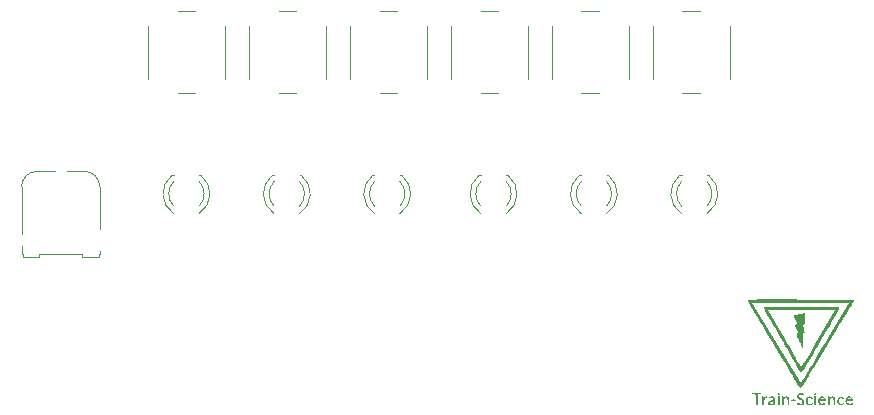
<source format=gbr>
%TF.GenerationSoftware,KiCad,Pcbnew,8.0.8*%
%TF.CreationDate,2025-05-20T23:19:57+02:00*%
%TF.ProjectId,LCD_LOCONET_SHIELD,4c43445f-4c4f-4434-9f4e-45545f534849,rev?*%
%TF.SameCoordinates,Original*%
%TF.FileFunction,Legend,Top*%
%TF.FilePolarity,Positive*%
%FSLAX46Y46*%
G04 Gerber Fmt 4.6, Leading zero omitted, Abs format (unit mm)*
G04 Created by KiCad (PCBNEW 8.0.8) date 2025-05-20 23:19:57*
%MOMM*%
%LPD*%
G01*
G04 APERTURE LIST*
%ADD10C,0.120000*%
%ADD11C,0.000000*%
%ADD12C,2.000000*%
%ADD13C,2.800000*%
%ADD14R,1.879600X1.879600*%
%ADD15C,1.879600*%
%ADD16R,1.800000X1.800000*%
%ADD17C,1.800000*%
%ADD18R,1.560000X1.560000*%
%ADD19C,1.560000*%
%ADD20C,3.250000*%
%ADD21R,1.520000X1.520000*%
%ADD22C,1.520000*%
%ADD23R,2.000000X2.000000*%
%ADD24O,2.000000X2.000000*%
%ADD25C,1.400000*%
%ADD26O,1.400000X1.400000*%
%ADD27R,1.300000X1.300000*%
%ADD28C,1.300000*%
%ADD29C,1.600000*%
%ADD30R,1.600000X1.600000*%
%ADD31O,1.600000X1.600000*%
G04 APERTURE END LIST*
D10*
%TO.C,SW5*%
X119450000Y-163250000D02*
X119450000Y-167750000D01*
X121950000Y-169000000D02*
X123450000Y-169000000D01*
X123450000Y-162000000D02*
X121950000Y-162000000D01*
X125950000Y-167750000D02*
X125950000Y-163250000D01*
%TO.C,D3*%
X87420000Y-175935000D02*
X87264000Y-175935000D01*
X89736000Y-175935000D02*
X89580000Y-175935000D01*
X87420163Y-178536130D02*
G75*
G02*
X87420000Y-176454039I1079837J1041130D01*
G01*
X87421392Y-179167335D02*
G75*
G02*
X87264484Y-175935000I1078608J1672335D01*
G01*
X89580000Y-176454039D02*
G75*
G02*
X89579837Y-178536130I-1080000J-1040961D01*
G01*
X89735516Y-175935000D02*
G75*
G02*
X89578608Y-179167335I-1235516J-1560000D01*
G01*
%TO.C,D4*%
X95920000Y-175935000D02*
X95764000Y-175935000D01*
X98236000Y-175935000D02*
X98080000Y-175935000D01*
X95920163Y-178536130D02*
G75*
G02*
X95920000Y-176454039I1079837J1041130D01*
G01*
X95921392Y-179167335D02*
G75*
G02*
X95764484Y-175935000I1078608J1672335D01*
G01*
X98080000Y-176454039D02*
G75*
G02*
X98079837Y-178536130I-1080000J-1040961D01*
G01*
X98235516Y-175935000D02*
G75*
G02*
X98078608Y-179167335I-1235516J-1560000D01*
G01*
%TO.C,RV1*%
X74541000Y-180883000D02*
X74541000Y-176903000D01*
X74541000Y-182613000D02*
X74541000Y-181923000D01*
X74641000Y-182613000D02*
X74541000Y-182613000D01*
X74641000Y-182813000D02*
X74641000Y-182613000D01*
X75851000Y-175593000D02*
X77341000Y-175593000D01*
X76061000Y-182613000D02*
X76061000Y-182813000D01*
X76061000Y-182813000D02*
X74641000Y-182813000D01*
X78361000Y-175593000D02*
X79851000Y-175593000D01*
X79641000Y-182613000D02*
X76061000Y-182613000D01*
X79641000Y-182613000D02*
X79641000Y-182813000D01*
X81061000Y-182613000D02*
X81161000Y-182613000D01*
X81061000Y-182813000D02*
X79641000Y-182813000D01*
X81061000Y-182813000D02*
X81061000Y-182613000D01*
X81161000Y-176903000D02*
X81161000Y-180443000D01*
X81161000Y-182613000D02*
X81161000Y-182363000D01*
X74541000Y-176903000D02*
G75*
G02*
X75851000Y-175593000I1310000J0D01*
G01*
X79851000Y-175593000D02*
G75*
G02*
X81161000Y-176903000I0J-1310000D01*
G01*
D11*
%TO.C,G\u002A\u002A\u002A*%
G36*
X138721826Y-195386200D02*
G01*
X138560863Y-195386200D01*
X138560863Y-194645769D01*
X138721826Y-194645769D01*
X138721826Y-195386200D01*
G37*
G36*
X141812321Y-195386200D02*
G01*
X141651357Y-195386200D01*
X141651357Y-194645769D01*
X141812321Y-194645769D01*
X141812321Y-195386200D01*
G37*
G36*
X138709949Y-194373565D02*
G01*
X138733930Y-194405528D01*
X138740043Y-194475248D01*
X138691503Y-194511300D01*
X138637206Y-194516999D01*
X138577960Y-194505959D01*
X138564792Y-194461786D01*
X138566672Y-194444565D01*
X138597943Y-194386361D01*
X138654189Y-194360714D01*
X138709949Y-194373565D01*
G37*
G36*
X141800443Y-194373565D02*
G01*
X141824424Y-194405528D01*
X141830537Y-194475248D01*
X141781998Y-194511300D01*
X141727700Y-194516999D01*
X141668454Y-194505959D01*
X141655286Y-194461786D01*
X141657167Y-194444565D01*
X141688438Y-194386361D01*
X141744683Y-194360714D01*
X141800443Y-194373565D01*
G37*
G36*
X139976263Y-194908600D02*
G01*
X140055717Y-194930266D01*
X140098287Y-194969014D01*
X140100155Y-194975744D01*
X140098049Y-195006166D01*
X140068547Y-195023260D01*
X139998649Y-195030672D01*
X139899219Y-195032081D01*
X139780732Y-195028841D01*
X139714621Y-195017353D01*
X139689117Y-194994965D01*
X139687606Y-194984406D01*
X139715597Y-194941919D01*
X139786303Y-194914845D01*
X139879825Y-194903599D01*
X139976263Y-194908600D01*
G37*
G36*
X136919368Y-194356660D02*
G01*
X137029278Y-194359709D01*
X137096082Y-194366945D01*
X137130418Y-194380129D01*
X137142924Y-194401024D01*
X137144387Y-194420421D01*
X137134908Y-194460657D01*
X137095549Y-194479683D01*
X137009927Y-194484782D01*
X136999520Y-194484806D01*
X136854653Y-194484806D01*
X136854653Y-195386200D01*
X136693690Y-195386200D01*
X136693690Y-194488334D01*
X136541064Y-194478522D01*
X136440474Y-194465408D01*
X136390077Y-194439105D01*
X136377740Y-194412373D01*
X136378601Y-194388588D01*
X136398665Y-194372589D01*
X136448099Y-194362863D01*
X136537072Y-194357892D01*
X136675750Y-194356161D01*
X136755714Y-194356036D01*
X136919368Y-194356660D01*
G37*
G36*
X137381940Y-194657174D02*
G01*
X137401928Y-194679095D01*
X137421634Y-194695977D01*
X137464197Y-194679095D01*
X137556524Y-194647196D01*
X137636033Y-194649074D01*
X137684621Y-194682259D01*
X137691662Y-194710155D01*
X137676127Y-194757633D01*
X137618717Y-194774013D01*
X137596909Y-194774540D01*
X137508830Y-194792752D01*
X137449305Y-194851818D01*
X137414900Y-194958385D01*
X137402180Y-195119100D01*
X137401928Y-195151919D01*
X137400849Y-195272488D01*
X137394462Y-195342440D01*
X137378037Y-195375539D01*
X137346846Y-195385549D01*
X137321446Y-195386200D01*
X137240965Y-195386200D01*
X137240965Y-194645769D01*
X137321446Y-194645769D01*
X137381940Y-194657174D01*
G37*
G36*
X144045146Y-194662371D02*
G01*
X144132105Y-194705368D01*
X144181791Y-194764548D01*
X144183178Y-194822197D01*
X144161895Y-194860981D01*
X144131199Y-194851557D01*
X144102841Y-194827211D01*
X144013501Y-194782500D01*
X143911943Y-194781442D01*
X143827538Y-194824260D01*
X143826661Y-194825129D01*
X143790357Y-194898078D01*
X143776495Y-195002878D01*
X143785074Y-195111032D01*
X143816095Y-195194043D01*
X143826661Y-195206841D01*
X143910639Y-195250246D01*
X144012161Y-195249772D01*
X144101857Y-195205642D01*
X144102841Y-195204759D01*
X144148116Y-195170129D01*
X144171547Y-195182932D01*
X144183178Y-195209773D01*
X144178623Y-195275108D01*
X144123669Y-195332764D01*
X144032265Y-195372981D01*
X143930993Y-195386200D01*
X143825930Y-195372144D01*
X143739524Y-195320169D01*
X143705435Y-195288323D01*
X143651270Y-195228957D01*
X143623760Y-195174703D01*
X143616277Y-195102215D01*
X143621787Y-194993733D01*
X143652239Y-194831108D01*
X143717926Y-194721042D01*
X143821557Y-194660527D01*
X143935264Y-194645769D01*
X144045146Y-194662371D01*
G37*
G36*
X141373156Y-194662371D02*
G01*
X141460115Y-194705368D01*
X141509801Y-194764548D01*
X141511188Y-194822197D01*
X141489905Y-194860981D01*
X141459209Y-194851557D01*
X141430851Y-194827211D01*
X141341511Y-194782500D01*
X141239954Y-194781442D01*
X141155548Y-194824260D01*
X141154671Y-194825129D01*
X141118974Y-194896454D01*
X141104171Y-195006249D01*
X141104082Y-195015985D01*
X141116932Y-195127813D01*
X141151192Y-195203116D01*
X141154671Y-195206841D01*
X141238649Y-195250246D01*
X141340171Y-195249772D01*
X141429868Y-195205642D01*
X141430851Y-195204759D01*
X141476126Y-195170129D01*
X141499558Y-195182932D01*
X141511188Y-195209773D01*
X141506633Y-195275108D01*
X141451679Y-195332764D01*
X141360275Y-195372981D01*
X141259003Y-195386200D01*
X141153940Y-195372144D01*
X141067534Y-195320169D01*
X141033446Y-195288323D01*
X140979280Y-195228957D01*
X140951770Y-195174703D01*
X140944287Y-195102215D01*
X140949798Y-194993733D01*
X140980249Y-194831108D01*
X141045936Y-194721042D01*
X141149567Y-194660527D01*
X141263274Y-194645769D01*
X141373156Y-194662371D01*
G37*
G36*
X138183680Y-194653768D02*
G01*
X138262475Y-194684130D01*
X138313703Y-194746404D01*
X138343811Y-194850138D01*
X138359250Y-195004881D01*
X138362561Y-195077661D01*
X138373512Y-195374149D01*
X138134680Y-195379021D01*
X137977945Y-195375821D01*
X137873663Y-195357617D01*
X137825948Y-195334932D01*
X137771003Y-195261657D01*
X137757200Y-195165537D01*
X137762421Y-195149434D01*
X137925629Y-195149434D01*
X137927822Y-195206977D01*
X137971789Y-195243887D01*
X138047413Y-195256708D01*
X138126093Y-195244034D01*
X138168113Y-195218799D01*
X138201337Y-195155033D01*
X138206744Y-195118009D01*
X138197887Y-195078273D01*
X138159601Y-195066870D01*
X138088800Y-195074989D01*
X137977387Y-195104669D01*
X137925629Y-195149434D01*
X137762421Y-195149434D01*
X137786590Y-195074887D01*
X137805422Y-195051690D01*
X137874085Y-195008608D01*
X137977947Y-194968717D01*
X138088152Y-194941723D01*
X138150407Y-194935683D01*
X138198270Y-194913832D01*
X138199829Y-194856663D01*
X138177221Y-194809951D01*
X138140550Y-194783964D01*
X138066753Y-194776689D01*
X137968462Y-194783480D01*
X137862069Y-194790973D01*
X137806254Y-194784184D01*
X137788425Y-194761278D01*
X137788240Y-194757250D01*
X137818277Y-194701209D01*
X137903367Y-194663257D01*
X138035977Y-194646364D01*
X138070868Y-194645769D01*
X138183680Y-194653768D01*
G37*
G36*
X140669450Y-194371771D02*
G01*
X140752476Y-194416240D01*
X140782154Y-194485335D01*
X140782156Y-194485939D01*
X140759182Y-194536914D01*
X140710334Y-194547789D01*
X140669482Y-194516999D01*
X140621611Y-194491439D01*
X140541637Y-194485888D01*
X140458134Y-194498818D01*
X140399675Y-194528703D01*
X140397126Y-194531550D01*
X140370960Y-194604183D01*
X140408034Y-194681245D01*
X140507456Y-194761443D01*
X140584972Y-194804699D01*
X140725108Y-194890305D01*
X140805714Y-194979193D01*
X140831490Y-195079135D01*
X140812825Y-195181564D01*
X140753082Y-195283535D01*
X140684495Y-195338471D01*
X140570557Y-195374535D01*
X140438005Y-195384193D01*
X140314638Y-195367597D01*
X140242044Y-195336086D01*
X140185370Y-195280052D01*
X140169688Y-195230510D01*
X140194892Y-195203068D01*
X140242929Y-195207064D01*
X140391936Y-195241359D01*
X140513991Y-195250002D01*
X140594829Y-195232264D01*
X140604788Y-195225493D01*
X140650853Y-195153370D01*
X140644341Y-195070595D01*
X140591818Y-194991964D01*
X140499849Y-194932271D01*
X140469917Y-194921566D01*
X140400908Y-194885866D01*
X140319088Y-194824568D01*
X140300905Y-194808264D01*
X140223285Y-194702707D01*
X140203297Y-194595357D01*
X140235375Y-194496715D01*
X140313950Y-194417279D01*
X140433455Y-194367551D01*
X140540711Y-194356036D01*
X140669450Y-194371771D01*
G37*
G36*
X139409257Y-194660213D02*
G01*
X139482361Y-194708519D01*
X139528865Y-194798150D01*
X139552925Y-194936568D01*
X139558835Y-195100808D01*
X139558170Y-195236722D01*
X139553826Y-195320734D01*
X139542284Y-195365328D01*
X139520024Y-195382987D01*
X139483524Y-195386194D01*
X139478354Y-195386200D01*
X139438277Y-195383415D01*
X139414359Y-195366257D01*
X139402432Y-195321522D01*
X139398326Y-195236007D01*
X139397872Y-195131292D01*
X139395499Y-195003739D01*
X139389219Y-194897366D01*
X139380288Y-194831840D01*
X139378331Y-194825462D01*
X139332275Y-194783444D01*
X139254380Y-194779399D01*
X139164851Y-194813399D01*
X139147494Y-194824654D01*
X139111217Y-194856920D01*
X139089709Y-194901461D01*
X139079230Y-194974262D01*
X139076042Y-195091304D01*
X139075946Y-195130485D01*
X139075073Y-195257664D01*
X139069689Y-195333642D01*
X139055645Y-195371601D01*
X139028791Y-195384724D01*
X138995464Y-195386200D01*
X138914982Y-195386200D01*
X138914982Y-195015985D01*
X138915370Y-194857262D01*
X138918067Y-194751962D01*
X138925379Y-194689124D01*
X138939608Y-194657787D01*
X138963057Y-194646988D01*
X138992781Y-194645769D01*
X139058250Y-194660507D01*
X139085335Y-194686010D01*
X139106832Y-194710107D01*
X139142745Y-194686010D01*
X139201795Y-194659219D01*
X139290952Y-194646050D01*
X139305396Y-194645769D01*
X139409257Y-194660213D01*
G37*
G36*
X142463086Y-194673419D02*
G01*
X142564540Y-194745669D01*
X142631702Y-194846471D01*
X142649330Y-194933027D01*
X142649330Y-195032081D01*
X142391788Y-195032081D01*
X142263253Y-195033517D01*
X142186198Y-195039892D01*
X142147746Y-195054313D01*
X142135020Y-195079882D01*
X142134247Y-195094167D01*
X142157914Y-195182960D01*
X142230552Y-195235168D01*
X142354620Y-195252072D01*
X142430189Y-195248295D01*
X142538653Y-195241706D01*
X142596504Y-195248300D01*
X142616535Y-195270067D01*
X142617137Y-195277376D01*
X142588657Y-195329331D01*
X142514454Y-195365024D01*
X142411384Y-195383338D01*
X142296304Y-195383154D01*
X142186069Y-195363354D01*
X142097536Y-195322820D01*
X142084586Y-195312705D01*
X142019456Y-195231779D01*
X141986139Y-195118586D01*
X141982087Y-195087890D01*
X141986067Y-194916000D01*
X142001373Y-194877557D01*
X142134247Y-194877557D01*
X142163363Y-194891662D01*
X142238466Y-194901017D01*
X142311307Y-194903311D01*
X142408283Y-194899076D01*
X142472595Y-194888152D01*
X142488366Y-194877557D01*
X142459550Y-194822477D01*
X142386044Y-194784712D01*
X142311307Y-194774540D01*
X142216639Y-194791306D01*
X142151731Y-194834073D01*
X142134247Y-194877557D01*
X142001373Y-194877557D01*
X142038928Y-194783233D01*
X142137716Y-194693192D01*
X142279478Y-194649482D01*
X142344377Y-194645769D01*
X142463086Y-194673419D01*
G37*
G36*
X143304567Y-194660213D02*
G01*
X143377671Y-194708519D01*
X143424175Y-194798150D01*
X143448236Y-194936568D01*
X143454146Y-195100808D01*
X143453480Y-195236722D01*
X143449137Y-195320734D01*
X143437595Y-195365328D01*
X143415334Y-195382987D01*
X143378834Y-195386194D01*
X143373664Y-195386200D01*
X143333587Y-195383415D01*
X143309670Y-195366257D01*
X143297742Y-195321522D01*
X143293637Y-195236007D01*
X143293183Y-195131292D01*
X143290810Y-195003739D01*
X143284530Y-194897366D01*
X143275599Y-194831840D01*
X143273642Y-194825462D01*
X143227586Y-194783444D01*
X143149690Y-194779399D01*
X143060162Y-194813399D01*
X143042804Y-194824654D01*
X143006528Y-194856920D01*
X142985019Y-194901461D01*
X142974541Y-194974262D01*
X142971352Y-195091304D01*
X142971256Y-195130485D01*
X142970383Y-195257664D01*
X142964999Y-195333642D01*
X142950955Y-195371601D01*
X142924101Y-195384724D01*
X142890774Y-195386200D01*
X142810293Y-195386200D01*
X142810293Y-195015985D01*
X142810680Y-194857262D01*
X142813378Y-194751962D01*
X142820689Y-194689124D01*
X142834918Y-194657787D01*
X142858368Y-194646988D01*
X142888092Y-194645769D01*
X142953561Y-194660507D01*
X142980646Y-194686010D01*
X143002142Y-194710107D01*
X143038056Y-194686010D01*
X143097105Y-194659219D01*
X143186263Y-194646050D01*
X143200707Y-194645769D01*
X143304567Y-194660213D01*
G37*
G36*
X144780957Y-194673419D02*
G01*
X144882411Y-194745669D01*
X144949573Y-194846471D01*
X144967200Y-194933027D01*
X144967200Y-195032081D01*
X144709659Y-195032081D01*
X144581123Y-195033517D01*
X144504069Y-195039892D01*
X144465617Y-195054313D01*
X144452890Y-195079882D01*
X144452118Y-195094167D01*
X144475785Y-195182960D01*
X144548423Y-195235168D01*
X144672491Y-195252072D01*
X144748060Y-195248295D01*
X144856524Y-195241706D01*
X144914375Y-195248300D01*
X144934405Y-195270067D01*
X144935008Y-195277376D01*
X144906527Y-195329331D01*
X144832324Y-195365024D01*
X144729255Y-195383338D01*
X144614174Y-195383154D01*
X144503940Y-195363354D01*
X144415407Y-195322820D01*
X144402457Y-195312705D01*
X144337327Y-195231779D01*
X144304010Y-195118586D01*
X144299957Y-195087890D01*
X144303938Y-194916000D01*
X144319244Y-194877557D01*
X144452118Y-194877557D01*
X144481233Y-194891662D01*
X144556337Y-194901017D01*
X144629178Y-194903311D01*
X144726154Y-194899076D01*
X144790466Y-194888152D01*
X144806237Y-194877557D01*
X144777421Y-194822477D01*
X144703915Y-194784712D01*
X144629178Y-194774540D01*
X144534509Y-194791306D01*
X144469602Y-194834073D01*
X144452118Y-194877557D01*
X144319244Y-194877557D01*
X144356799Y-194783233D01*
X144455587Y-194693192D01*
X144597349Y-194649482D01*
X144662248Y-194645769D01*
X144780957Y-194673419D01*
G37*
G36*
X140839482Y-187609982D02*
G01*
X140847312Y-187647569D01*
X140855207Y-187736829D01*
X140862323Y-187865056D01*
X140867815Y-188019545D01*
X140868494Y-188046178D01*
X140872147Y-188216980D01*
X140872330Y-188335007D01*
X140867420Y-188411841D01*
X140855793Y-188459066D01*
X140835824Y-188488265D01*
X140805889Y-188511021D01*
X140803047Y-188512888D01*
X140766374Y-188544286D01*
X140746846Y-188587271D01*
X140744167Y-188654164D01*
X140758042Y-188757284D01*
X140788173Y-188908954D01*
X140792990Y-188931574D01*
X140823196Y-189080393D01*
X140837081Y-189178527D01*
X140833797Y-189237791D01*
X140812496Y-189269997D01*
X140772328Y-189286961D01*
X140767383Y-189288238D01*
X140682995Y-189309418D01*
X140702104Y-189667771D01*
X140711361Y-189839671D01*
X140720820Y-190012500D01*
X140729114Y-190161403D01*
X140733094Y-190231196D01*
X140736732Y-190391598D01*
X140725399Y-190489388D01*
X140699043Y-190524590D01*
X140657612Y-190497226D01*
X140601053Y-190407317D01*
X140552719Y-190307810D01*
X140494111Y-190178417D01*
X140437181Y-190052386D01*
X140396385Y-189961739D01*
X140353041Y-189865942D01*
X140295276Y-189739375D01*
X140236588Y-189611598D01*
X140178517Y-189472145D01*
X140156138Y-189377132D01*
X140169409Y-189317444D01*
X140218288Y-189283961D01*
X140235043Y-189278882D01*
X140286913Y-189261883D01*
X140299266Y-189253752D01*
X140287024Y-189220185D01*
X140255034Y-189144197D01*
X140210399Y-189041885D01*
X140160222Y-188929347D01*
X140111607Y-188822681D01*
X140071868Y-188738418D01*
X140035083Y-188657076D01*
X140027458Y-188611801D01*
X140048006Y-188581772D01*
X140063835Y-188569407D01*
X140136824Y-188535492D01*
X140176649Y-188529166D01*
X140225620Y-188523074D01*
X140234881Y-188515939D01*
X140222211Y-188481014D01*
X140188863Y-188403260D01*
X140141832Y-188297987D01*
X140088112Y-188180502D01*
X140034696Y-188066113D01*
X139988579Y-187970127D01*
X139958514Y-187911058D01*
X139929404Y-187847893D01*
X139937230Y-187814406D01*
X139968417Y-187794145D01*
X140055670Y-187761223D01*
X140193764Y-187728750D01*
X140315363Y-187706793D01*
X140398502Y-187690490D01*
X140515650Y-187664620D01*
X140616233Y-187640861D01*
X140723416Y-187618055D01*
X140804087Y-187607110D01*
X140839482Y-187609982D01*
G37*
G36*
X143768239Y-187177075D02*
G01*
X143758077Y-187211948D01*
X143723748Y-187286125D01*
X143664339Y-187401220D01*
X143578941Y-187558845D01*
X143466641Y-187760610D01*
X143326526Y-188008128D01*
X143157687Y-188303011D01*
X142959211Y-188646872D01*
X142730187Y-189041321D01*
X142469703Y-189487970D01*
X142220778Y-189913450D01*
X141957647Y-190362404D01*
X141724907Y-190758857D01*
X141520610Y-191105982D01*
X141342807Y-191406953D01*
X141189550Y-191664942D01*
X141058891Y-191883124D01*
X140948881Y-192064670D01*
X140857572Y-192212755D01*
X140783014Y-192330552D01*
X140723261Y-192421233D01*
X140676362Y-192487973D01*
X140640371Y-192533943D01*
X140613337Y-192562318D01*
X140593314Y-192576271D01*
X140584031Y-192579019D01*
X140510172Y-192571333D01*
X140470717Y-192546827D01*
X140450233Y-192513458D01*
X140399809Y-192428294D01*
X140321738Y-192295274D01*
X140218312Y-192118339D01*
X140091827Y-191901428D01*
X139944574Y-191648482D01*
X139778847Y-191363441D01*
X139596940Y-191050244D01*
X139401145Y-190712831D01*
X139193757Y-190355143D01*
X138977068Y-189981120D01*
X138928561Y-189897354D01*
X138645618Y-189407962D01*
X138394629Y-188972245D01*
X138174657Y-188588524D01*
X137984766Y-188255123D01*
X137824019Y-187970366D01*
X137691480Y-187732575D01*
X137586213Y-187540073D01*
X137507281Y-187391184D01*
X137488736Y-187354134D01*
X137757943Y-187354134D01*
X139161197Y-189778175D01*
X139371024Y-190140056D01*
X139571778Y-190485162D01*
X139761115Y-190809526D01*
X139936692Y-191109185D01*
X140096164Y-191380174D01*
X140237186Y-191618530D01*
X140357414Y-191820287D01*
X140454504Y-191981481D01*
X140526111Y-192098149D01*
X140569891Y-192166326D01*
X140583449Y-192183218D01*
X140602203Y-192153197D01*
X140651076Y-192071637D01*
X140727687Y-191942577D01*
X140829658Y-191770061D01*
X140954609Y-191558130D01*
X141100161Y-191310826D01*
X141263935Y-191032190D01*
X141443552Y-190726265D01*
X141636632Y-190397092D01*
X141840797Y-190048713D01*
X142010346Y-189759177D01*
X143418247Y-187354134D01*
X142003623Y-187345751D01*
X141631110Y-187344016D01*
X141213153Y-187342879D01*
X140768691Y-187342341D01*
X140316663Y-187342402D01*
X139876008Y-187343062D01*
X139465666Y-187344322D01*
X139173471Y-187345751D01*
X137757943Y-187354134D01*
X137488736Y-187354134D01*
X137453747Y-187284231D01*
X137424675Y-187217537D01*
X137418360Y-187193171D01*
X137418024Y-187096593D01*
X143759976Y-187096593D01*
X143768239Y-187177075D01*
G37*
G36*
X138411764Y-186441284D02*
G01*
X138864229Y-186441786D01*
X139371674Y-186442537D01*
X139937282Y-186443499D01*
X140533856Y-186444579D01*
X144983297Y-186452740D01*
X144991412Y-186533222D01*
X144981766Y-186563908D01*
X144949546Y-186630528D01*
X144893831Y-186734643D01*
X144813701Y-186877813D01*
X144708236Y-187061600D01*
X144576517Y-187287564D01*
X144417623Y-187557265D01*
X144230634Y-187872265D01*
X144014631Y-188234125D01*
X143768692Y-188644404D01*
X143491899Y-189104665D01*
X143183331Y-189616468D01*
X142842068Y-190181373D01*
X142799681Y-190251473D01*
X142481208Y-190777951D01*
X142194234Y-191251951D01*
X141937069Y-191676170D01*
X141708028Y-192053302D01*
X141505421Y-192386044D01*
X141327561Y-192677091D01*
X141172761Y-192929141D01*
X141039332Y-193144888D01*
X140925586Y-193327029D01*
X140829836Y-193478259D01*
X140750394Y-193601274D01*
X140685573Y-193698771D01*
X140633683Y-193773444D01*
X140593038Y-193827991D01*
X140561950Y-193865107D01*
X140538730Y-193887488D01*
X140521692Y-193897830D01*
X140515952Y-193899234D01*
X140432763Y-193885194D01*
X140384146Y-193834849D01*
X140361953Y-193798521D01*
X140308652Y-193710298D01*
X140226242Y-193573508D01*
X140116720Y-193391476D01*
X139982086Y-193167531D01*
X139824338Y-192905000D01*
X139645473Y-192607208D01*
X139447491Y-192277484D01*
X139232389Y-191919155D01*
X139002166Y-191535547D01*
X138758819Y-191129988D01*
X138504348Y-190705804D01*
X138240751Y-190266324D01*
X138177192Y-190160344D01*
X137859870Y-189630996D01*
X137574307Y-189154106D01*
X137318965Y-188727024D01*
X137092308Y-188347103D01*
X136892796Y-188011693D01*
X136718893Y-187718146D01*
X136569060Y-187463812D01*
X136441761Y-187246043D01*
X136335456Y-187062190D01*
X136248609Y-186909603D01*
X136179681Y-186785634D01*
X136139279Y-186710282D01*
X136410376Y-186710282D01*
X140508120Y-193540058D01*
X140781957Y-193087549D01*
X140836331Y-192997669D01*
X140921405Y-192857010D01*
X141034566Y-192669887D01*
X141173205Y-192440620D01*
X141334710Y-192173527D01*
X141516470Y-191872926D01*
X141715875Y-191543135D01*
X141930313Y-191188472D01*
X142157173Y-190813256D01*
X142393844Y-190421804D01*
X142637716Y-190018436D01*
X142846763Y-189672660D01*
X144637733Y-186710282D01*
X142581174Y-186701997D01*
X142137356Y-186700532D01*
X141644870Y-186699474D01*
X141119432Y-186698824D01*
X140576759Y-186698581D01*
X140032567Y-186698746D01*
X139502572Y-186699318D01*
X139002490Y-186700298D01*
X138548038Y-186701685D01*
X138467495Y-186701997D01*
X136410376Y-186710282D01*
X136139279Y-186710282D01*
X136127136Y-186687635D01*
X136089434Y-186612955D01*
X136065039Y-186558947D01*
X136052412Y-186522961D01*
X136050016Y-186502349D01*
X136051288Y-186498317D01*
X136057125Y-186489638D01*
X136066995Y-186481819D01*
X136084082Y-186474821D01*
X136111570Y-186468608D01*
X136152643Y-186463140D01*
X136210486Y-186458379D01*
X136288283Y-186454288D01*
X136389218Y-186450828D01*
X136516475Y-186447961D01*
X136673238Y-186445648D01*
X136862692Y-186443852D01*
X137088020Y-186442534D01*
X137352408Y-186441657D01*
X137659038Y-186441182D01*
X138011095Y-186441070D01*
X138411764Y-186441284D01*
G37*
D10*
%TO.C,D8*%
X130420000Y-175935000D02*
X130264000Y-175935000D01*
X132736000Y-175935000D02*
X132580000Y-175935000D01*
X130420163Y-178536130D02*
G75*
G02*
X130420000Y-176454039I1079837J1041130D01*
G01*
X130421392Y-179167335D02*
G75*
G02*
X130264484Y-175935000I1078608J1672335D01*
G01*
X132580000Y-176454039D02*
G75*
G02*
X132579837Y-178536130I-1080000J-1040961D01*
G01*
X132735516Y-175935000D02*
G75*
G02*
X132578608Y-179167335I-1235516J-1560000D01*
G01*
%TO.C,D5*%
X104420000Y-175935000D02*
X104264000Y-175935000D01*
X106736000Y-175935000D02*
X106580000Y-175935000D01*
X104420163Y-178536130D02*
G75*
G02*
X104420000Y-176454039I1079837J1041130D01*
G01*
X104421392Y-179167335D02*
G75*
G02*
X104264484Y-175935000I1078608J1672335D01*
G01*
X106580000Y-176454039D02*
G75*
G02*
X106579837Y-178536130I-1080000J-1040961D01*
G01*
X106735516Y-175935000D02*
G75*
G02*
X106578608Y-179167335I-1235516J-1560000D01*
G01*
%TO.C,D7*%
X121920000Y-175935000D02*
X121764000Y-175935000D01*
X124236000Y-175935000D02*
X124080000Y-175935000D01*
X121920163Y-178536130D02*
G75*
G02*
X121920000Y-176454039I1079837J1041130D01*
G01*
X121921392Y-179167335D02*
G75*
G02*
X121764484Y-175935000I1078608J1672335D01*
G01*
X124080000Y-176454039D02*
G75*
G02*
X124079837Y-178536130I-1080000J-1040961D01*
G01*
X124235516Y-175935000D02*
G75*
G02*
X124078608Y-179167335I-1235516J-1560000D01*
G01*
%TO.C,SW3*%
X102350000Y-163250000D02*
X102350000Y-167750000D01*
X104850000Y-169000000D02*
X106350000Y-169000000D01*
X106350000Y-162000000D02*
X104850000Y-162000000D01*
X108850000Y-167750000D02*
X108850000Y-163250000D01*
%TO.C,SW6*%
X128000000Y-163250000D02*
X128000000Y-167750000D01*
X130500000Y-169000000D02*
X132000000Y-169000000D01*
X132000000Y-162000000D02*
X130500000Y-162000000D01*
X134500000Y-167750000D02*
X134500000Y-163250000D01*
%TO.C,SW2*%
X93800000Y-163250000D02*
X93800000Y-167750000D01*
X96300000Y-169000000D02*
X97800000Y-169000000D01*
X97800000Y-162000000D02*
X96300000Y-162000000D01*
X100300000Y-167750000D02*
X100300000Y-163250000D01*
%TO.C,D6*%
X113420000Y-175935000D02*
X113264000Y-175935000D01*
X115736000Y-175935000D02*
X115580000Y-175935000D01*
X113420163Y-178536130D02*
G75*
G02*
X113420000Y-176454039I1079837J1041130D01*
G01*
X113421392Y-179167335D02*
G75*
G02*
X113264484Y-175935000I1078608J1672335D01*
G01*
X115580000Y-176454039D02*
G75*
G02*
X115579837Y-178536130I-1080000J-1040961D01*
G01*
X115735516Y-175935000D02*
G75*
G02*
X115578608Y-179167335I-1235516J-1560000D01*
G01*
%TO.C,SW4*%
X110900000Y-163250000D02*
X110900000Y-167750000D01*
X113400000Y-169000000D02*
X114900000Y-169000000D01*
X114900000Y-162000000D02*
X113400000Y-162000000D01*
X117400000Y-167750000D02*
X117400000Y-163250000D01*
%TO.C,SW1*%
X85250000Y-163250000D02*
X85250000Y-167750000D01*
X87750000Y-169000000D02*
X89250000Y-169000000D01*
X89250000Y-162000000D02*
X87750000Y-162000000D01*
X91750000Y-167750000D02*
X91750000Y-163250000D01*
%TD*%
%LPC*%
D12*
%TO.C,SW5*%
X120450000Y-168750000D03*
X120450000Y-162250000D03*
X124950000Y-168750000D03*
X124950000Y-162250000D03*
%TD*%
D13*
%TO.C,U3*%
X70500000Y-128016000D03*
X70500000Y-159016000D03*
X145500000Y-128016000D03*
X145500000Y-159016000D03*
D14*
X76000000Y-128016000D03*
D15*
X78540000Y-128016000D03*
X81080000Y-128016000D03*
X83620000Y-128016000D03*
X86160000Y-128016000D03*
X88700000Y-128016000D03*
X91240000Y-128016000D03*
X93780000Y-128016000D03*
X96320000Y-128016000D03*
X98860000Y-128016000D03*
X101400000Y-128016000D03*
X103940000Y-128016000D03*
X106480000Y-128016000D03*
X109020000Y-128016000D03*
X111560000Y-128016000D03*
X114100000Y-128016000D03*
%TD*%
D16*
%TO.C,D3*%
X88500000Y-176225000D03*
D17*
X88500000Y-178765000D03*
%TD*%
D16*
%TO.C,D4*%
X97000000Y-176225000D03*
D17*
X97000000Y-178765000D03*
%TD*%
D18*
%TO.C,RV1*%
X80351000Y-181403000D03*
D19*
X77851000Y-176403000D03*
X75351000Y-181403000D03*
%TD*%
D16*
%TO.C,D8*%
X131500000Y-176225000D03*
D17*
X131500000Y-178765000D03*
%TD*%
D16*
%TO.C,D5*%
X105500000Y-176225000D03*
D17*
X105500000Y-178765000D03*
%TD*%
D16*
%TO.C,D7*%
X123000000Y-176225000D03*
D17*
X123000000Y-178765000D03*
%TD*%
D12*
%TO.C,SW3*%
X103350000Y-168750000D03*
X103350000Y-162250000D03*
X107850000Y-168750000D03*
X107850000Y-162250000D03*
%TD*%
%TO.C,SW6*%
X129000000Y-168750000D03*
X129000000Y-162250000D03*
X133500000Y-168750000D03*
X133500000Y-162250000D03*
%TD*%
%TO.C,SW2*%
X94800000Y-168750000D03*
X94800000Y-162250000D03*
X99300000Y-168750000D03*
X99300000Y-162250000D03*
%TD*%
D16*
%TO.C,D6*%
X114500000Y-176225000D03*
D17*
X114500000Y-178765000D03*
%TD*%
D12*
%TO.C,SW4*%
X111900000Y-168750000D03*
X111900000Y-162250000D03*
X116400000Y-168750000D03*
X116400000Y-162250000D03*
%TD*%
%TO.C,SW1*%
X86250000Y-168750000D03*
X86250000Y-162250000D03*
X90750000Y-168750000D03*
X90750000Y-162250000D03*
%TD*%
D20*
%TO.C,J1*%
X122160000Y-192748000D03*
X112000000Y-192748000D03*
D21*
X120250000Y-183858000D03*
D22*
X118980000Y-186398000D03*
X117710000Y-183858000D03*
X116440000Y-186398000D03*
X115170000Y-183858000D03*
X113900000Y-186398000D03*
%TD*%
D23*
%TO.C,D1*%
X131445000Y-189103000D03*
D24*
X131445000Y-184023000D03*
%TD*%
D25*
%TO.C,R6*%
X98500000Y-150000000D03*
D26*
X98500000Y-142380000D03*
%TD*%
D27*
%TO.C,Q2*%
X119253000Y-134493000D03*
D28*
X120523000Y-133223000D03*
X119253000Y-131953000D03*
%TD*%
D25*
%TO.C,R2*%
X93350000Y-150000000D03*
D26*
X93350000Y-142380000D03*
%TD*%
D27*
%TO.C,Q1*%
X85725000Y-153289000D03*
D28*
X84455000Y-154559000D03*
X85725000Y-155829000D03*
%TD*%
D29*
%TO.C,C1*%
X118707000Y-144394000D03*
X118707000Y-146894000D03*
%TD*%
D25*
%TO.C,R7*%
X103505000Y-150114000D03*
D26*
X103505000Y-142494000D03*
%TD*%
D30*
%TO.C,U1*%
X115687000Y-149977000D03*
D31*
X113147000Y-149977000D03*
X110607000Y-149977000D03*
X108067000Y-149977000D03*
X108067000Y-142357000D03*
X110607000Y-142357000D03*
X113147000Y-142357000D03*
X115687000Y-142357000D03*
%TD*%
D25*
%TO.C,R3*%
X90805000Y-149987000D03*
D26*
X90805000Y-142367000D03*
%TD*%
D25*
%TO.C,R5*%
X85852000Y-149987000D03*
D26*
X85852000Y-142367000D03*
%TD*%
D23*
%TO.C,D2*%
X127295000Y-189103000D03*
D24*
X127295000Y-184023000D03*
%TD*%
D30*
%TO.C,A1*%
X102616000Y-172085000D03*
D31*
X105156000Y-172085000D03*
X107696000Y-172085000D03*
X110236000Y-172085000D03*
X112776000Y-172085000D03*
X115316000Y-172085000D03*
X117856000Y-172085000D03*
X120396000Y-172085000D03*
X125476000Y-172085000D03*
X128016000Y-172085000D03*
X130556000Y-172085000D03*
X133096000Y-172085000D03*
X135636000Y-172085000D03*
X138176000Y-172085000D03*
X138176000Y-123825000D03*
X135636000Y-123825000D03*
X133096000Y-123825000D03*
X130556000Y-123825000D03*
X128016000Y-123825000D03*
X125476000Y-123825000D03*
X122936000Y-123825000D03*
X120396000Y-123825000D03*
X116336000Y-123825000D03*
X113796000Y-123825000D03*
X111256000Y-123825000D03*
X108716000Y-123825000D03*
X106176000Y-123825000D03*
X103636000Y-123825000D03*
X101096000Y-123825000D03*
X98556000Y-123825000D03*
X96016000Y-123825000D03*
X93476000Y-123825000D03*
%TD*%
D25*
%TO.C,R8*%
X100990000Y-149987000D03*
D26*
X100990000Y-142367000D03*
%TD*%
D20*
%TO.C,J2*%
X106690000Y-192748000D03*
X96530000Y-192748000D03*
D21*
X104780000Y-183858000D03*
D22*
X103510000Y-186398000D03*
X102240000Y-183858000D03*
X100970000Y-186398000D03*
X99700000Y-183858000D03*
X98430000Y-186398000D03*
%TD*%
D25*
%TO.C,R4*%
X88265000Y-149987000D03*
D26*
X88265000Y-142367000D03*
%TD*%
D25*
%TO.C,R1*%
X96000000Y-142380000D03*
D26*
X96000000Y-150000000D03*
%TD*%
%LPD*%
M02*

</source>
